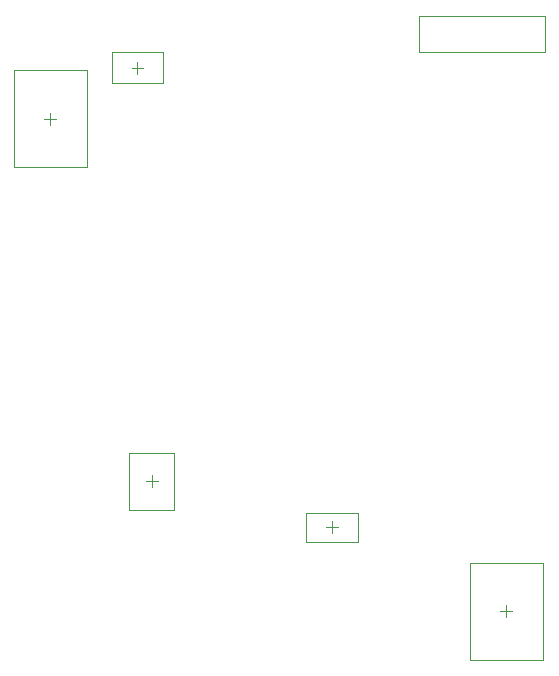
<source format=gbr>
G04*
G04 #@! TF.GenerationSoftware,Altium Limited,Altium Designer,24.2.2 (26)*
G04*
G04 Layer_Color=32768*
%FSLAX43Y43*%
%MOMM*%
G71*
G04*
G04 #@! TF.SameCoordinates,78AD72C9-59E1-4A50-B3D3-B96FA2B5B495*
G04*
G04*
G04 #@! TF.FilePolarity,Positive*
G04*
G01*
G75*
%ADD55C,0.050*%
%ADD56C,0.100*%
D55*
X42150Y4600D02*
Y12800D01*
X48350D01*
Y4600D02*
Y12800D01*
X42150Y4600D02*
X48350D01*
X13350Y17250D02*
Y22050D01*
Y17250D02*
X17150D01*
Y22050D01*
X13350D02*
X17150D01*
X11888Y56012D02*
X16188D01*
X11888Y53412D02*
X16188D01*
X11888D02*
Y56012D01*
X16188Y53412D02*
Y56012D01*
X32700Y14550D02*
Y17050D01*
X28300Y14550D02*
Y17050D01*
Y14550D02*
X32700D01*
X28300Y17050D02*
X32700D01*
X9750Y46300D02*
Y54500D01*
X3550Y46300D02*
X9750D01*
X3550D02*
Y54500D01*
X9750D01*
X37890Y56055D02*
Y59095D01*
X48550D01*
Y56055D02*
Y59095D01*
X37890Y56055D02*
X48550D01*
D56*
X45250Y8200D02*
Y9200D01*
X44750Y8700D02*
X45750D01*
X15250Y19250D02*
Y20250D01*
X14750Y19750D02*
X15750D01*
X14038Y54212D02*
Y55212D01*
X13538Y54712D02*
X14538D01*
X30000Y15800D02*
X31000D01*
X30500Y15300D02*
Y16300D01*
X6650Y49900D02*
Y50900D01*
X6150Y50400D02*
X7150D01*
M02*

</source>
